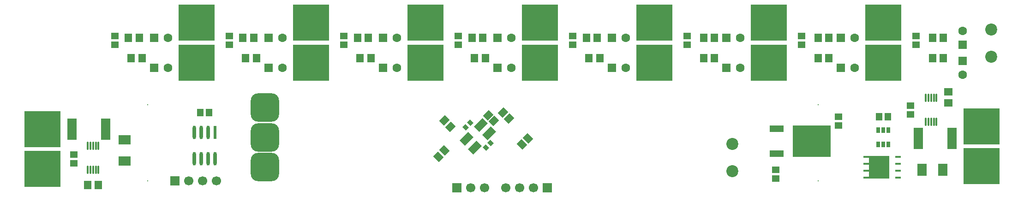
<source format=gbr>
%TF.GenerationSoftware,Altium Limited,Altium Designer,24.0.1 (36)*%
G04 Layer_Color=8388736*
%FSLAX45Y45*%
%MOMM*%
%TF.SameCoordinates,2C358838-E96C-4A59-A5A0-E9FE71613952*%
%TF.FilePolarity,Negative*%
%TF.FileFunction,Soldermask,Top*%
%TF.Part,Single*%
G01*
G75*
%TA.AperFunction,SMDPad,CuDef*%
%ADD10R,0.62213X2.46916*%
G04:AMPARAMS|DCode=11|XSize=2.46916mm|YSize=0.62213mm|CornerRadius=0.31107mm|HoleSize=0mm|Usage=FLASHONLY|Rotation=270.000|XOffset=0mm|YOffset=0mm|HoleType=Round|Shape=RoundedRectangle|*
%AMROUNDEDRECTD11*
21,1,2.46916,0.00000,0,0,270.0*
21,1,1.84702,0.62213,0,0,270.0*
1,1,0.62213,0.00000,-0.92351*
1,1,0.62213,0.00000,0.92351*
1,1,0.62213,0.00000,0.92351*
1,1,0.62213,0.00000,-0.92351*
%
%ADD11ROUNDEDRECTD11*%
%ADD12R,1.71550X2.18000*%
%ADD13R,1.30464X1.45620*%
G04:AMPARAMS|DCode=14|XSize=1.30464mm|YSize=1.4562mm|CornerRadius=0mm|HoleSize=0mm|Usage=FLASHONLY|Rotation=315.000|XOffset=0mm|YOffset=0mm|HoleType=Round|Shape=Rectangle|*
%AMROTATEDRECTD14*
4,1,4,-0.97610,-0.05359,0.05359,0.97610,0.97610,0.05359,-0.05359,-0.97610,-0.97610,-0.05359,0.0*
%
%ADD14ROTATEDRECTD14*%

G04:AMPARAMS|DCode=15|XSize=1.30464mm|YSize=1.4562mm|CornerRadius=0mm|HoleSize=0mm|Usage=FLASHONLY|Rotation=225.000|XOffset=0mm|YOffset=0mm|HoleType=Round|Shape=Rectangle|*
%AMROTATEDRECTD15*
4,1,4,-0.05359,0.97610,0.97610,-0.05359,0.05359,-0.97610,-0.97610,0.05359,-0.05359,0.97610,0.0*
%
%ADD15ROTATEDRECTD15*%

%ADD17R,1.45620X1.30464*%
%ADD18R,2.18000X1.71550*%
%ADD20R,1.11760X0.45720*%
%ADD21R,1.80000X4.00000*%
G04:AMPARAMS|DCode=23|XSize=0.75mm|YSize=0.9mm|CornerRadius=0mm|HoleSize=0mm|Usage=FLASHONLY|Rotation=45.000|XOffset=0mm|YOffset=0mm|HoleType=Round|Shape=Rectangle|*
%AMROTATEDRECTD23*
4,1,4,0.05303,-0.58336,-0.58336,0.05303,-0.05303,0.58336,0.58336,-0.05303,0.05303,-0.58336,0.0*
%
%ADD23ROTATEDRECTD23*%

G04:AMPARAMS|DCode=27|XSize=1.45mm|YSize=0.3mm|CornerRadius=0.0495mm|HoleSize=0mm|Usage=FLASHONLY|Rotation=270.000|XOffset=0mm|YOffset=0mm|HoleType=Round|Shape=RoundedRectangle|*
%AMROUNDEDRECTD27*
21,1,1.45000,0.20100,0,0,270.0*
21,1,1.35100,0.30000,0,0,270.0*
1,1,0.09900,-0.10050,-0.67550*
1,1,0.09900,-0.10050,0.67550*
1,1,0.09900,0.10050,0.67550*
1,1,0.09900,0.10050,-0.67550*
%
%ADD27ROUNDEDRECTD27*%
G04:AMPARAMS|DCode=28|XSize=1.1mm|YSize=0.6mm|CornerRadius=0.051mm|HoleSize=0mm|Usage=FLASHONLY|Rotation=270.000|XOffset=0mm|YOffset=0mm|HoleType=Round|Shape=RoundedRectangle|*
%AMROUNDEDRECTD28*
21,1,1.10000,0.49800,0,0,270.0*
21,1,0.99800,0.60000,0,0,270.0*
1,1,0.10200,-0.24900,-0.49900*
1,1,0.10200,-0.24900,0.49900*
1,1,0.10200,0.24900,0.49900*
1,1,0.10200,0.24900,-0.49900*
%
%ADD28ROUNDEDRECTD28*%
%TA.AperFunction,ComponentPad*%
%ADD37C,1.60000*%
%ADD38R,1.60000X1.60000*%
%ADD40R,1.60000X1.60000*%
%TA.AperFunction,SMDPad,CuDef*%
G04:AMPARAMS|DCode=67|XSize=1.55mm|YSize=1.3mm|CornerRadius=0mm|HoleSize=0mm|Usage=FLASHONLY|Rotation=225.000|XOffset=0mm|YOffset=0mm|HoleType=Round|Shape=Rectangle|*
%AMROTATEDRECTD67*
4,1,4,0.08839,1.00763,1.00763,0.08839,-0.08839,-1.00763,-1.00763,-0.08839,0.08839,1.00763,0.0*
%
%ADD67ROTATEDRECTD67*%

%ADD68R,1.40000X1.65000*%
G04:AMPARAMS|DCode=69|XSize=2.2mm|YSize=1.4mm|CornerRadius=0mm|HoleSize=0mm|Usage=FLASHONLY|Rotation=225.000|XOffset=0mm|YOffset=0mm|HoleType=Round|Shape=Rectangle|*
%AMROTATEDRECTD69*
4,1,4,0.28284,1.27279,1.27279,0.28284,-0.28284,-1.27279,-1.27279,-0.28284,0.28284,1.27279,0.0*
%
%ADD69ROTATEDRECTD69*%

%ADD70R,2.60000X1.20000*%
%ADD71R,7.00000X5.75000*%
%ADD72R,1.65000X1.40000*%
%TA.AperFunction,ComponentPad*%
%ADD73C,2.20000*%
%ADD74R,1.70000X1.70000*%
%ADD75C,1.70000*%
%ADD76R,6.70000X6.70000*%
G04:AMPARAMS|DCode=77|XSize=5.2mm|YSize=5.2mm|CornerRadius=1.35mm|HoleSize=0mm|Usage=FLASHONLY|Rotation=90.000|XOffset=0mm|YOffset=0mm|HoleType=Round|Shape=RoundedRectangle|*
%AMROUNDEDRECTD77*
21,1,5.20000,2.50000,0,0,90.0*
21,1,2.50000,5.20000,0,0,90.0*
1,1,2.70000,1.25000,1.25000*
1,1,2.70000,1.25000,-1.25000*
1,1,2.70000,-1.25000,-1.25000*
1,1,2.70000,-1.25000,1.25000*
%
%ADD77ROUNDEDRECTD77*%
%TA.AperFunction,ViaPad*%
%ADD78C,0.20000*%
G36*
X18338780Y3354470D02*
Y2945530D01*
X18707080D01*
Y3354470D01*
X18338780D01*
D02*
G37*
D10*
X6340500Y3791360D02*
D03*
D11*
X6213500D02*
D03*
X6086500D02*
D03*
X5959500D02*
D03*
Y3308640D02*
D03*
X6086500D02*
D03*
X6213500D02*
D03*
X6340500D02*
D03*
D12*
X19306274Y3100000D02*
D03*
X19693726D02*
D03*
D13*
X6069422Y4150000D02*
D03*
X6230578D02*
D03*
X18686156Y4075000D02*
D03*
X18525000D02*
D03*
D14*
X11618023Y4156977D02*
D03*
X11731977Y4043023D02*
D03*
X10656977Y3893023D02*
D03*
X10543023Y4006977D02*
D03*
D15*
X12081977Y3681977D02*
D03*
X11968023Y3568023D02*
D03*
X10546977Y3456977D02*
D03*
X10433023Y3343023D02*
D03*
D17*
X4500000Y5555578D02*
D03*
Y5394422D02*
D03*
X19200000Y5555578D02*
D03*
Y5394422D02*
D03*
X17100000Y5555578D02*
D03*
Y5394422D02*
D03*
X15000000Y5555578D02*
D03*
Y5394422D02*
D03*
X12900000Y5555578D02*
D03*
Y5394422D02*
D03*
X10800000Y5555578D02*
D03*
Y5394422D02*
D03*
X8700000Y5555578D02*
D03*
Y5394422D02*
D03*
X6600000Y5555578D02*
D03*
Y5394422D02*
D03*
X17775000Y4080078D02*
D03*
Y3919922D02*
D03*
X16625000Y2944422D02*
D03*
Y3105578D02*
D03*
X19100000Y4119422D02*
D03*
Y4280578D02*
D03*
X3750000Y3219422D02*
D03*
Y3380578D02*
D03*
D18*
X4675000Y3650000D02*
D03*
Y3262550D02*
D03*
D20*
X18867101Y2959500D02*
D03*
Y3086500D02*
D03*
Y3213500D02*
D03*
Y3340500D02*
D03*
X18282899D02*
D03*
Y3213500D02*
D03*
Y3086500D02*
D03*
Y2959500D02*
D03*
D21*
X19860001Y3675000D02*
D03*
X19239999D02*
D03*
X4335000Y3850000D02*
D03*
X3715000D02*
D03*
D23*
X11392426Y3592426D02*
D03*
X11307574Y3507574D02*
D03*
X10932574Y3882574D02*
D03*
X11017426Y3967426D02*
D03*
D27*
X19575000Y3980000D02*
D03*
X19525000D02*
D03*
X19475000D02*
D03*
X19425000D02*
D03*
X19375000D02*
D03*
Y4420000D02*
D03*
X19425000D02*
D03*
X19475000D02*
D03*
X19525000D02*
D03*
X19575000D02*
D03*
X4000000Y3545000D02*
D03*
X4050000D02*
D03*
X4100000D02*
D03*
X4150000D02*
D03*
X4200000D02*
D03*
Y3105000D02*
D03*
X4150000D02*
D03*
X4100000D02*
D03*
X4050000D02*
D03*
X4000000D02*
D03*
D28*
X18695000Y3570000D02*
D03*
X18600000D02*
D03*
X18505000D02*
D03*
Y3830000D02*
D03*
X18600000D02*
D03*
X18695000D02*
D03*
D37*
X15977000Y4975000D02*
D03*
Y5525000D02*
D03*
X13877000Y4975000D02*
D03*
Y5525000D02*
D03*
X11777000Y4975000D02*
D03*
Y5525000D02*
D03*
X9677000Y4975000D02*
D03*
Y5525000D02*
D03*
X7577000Y4975000D02*
D03*
Y5525000D02*
D03*
X5477000Y4975000D02*
D03*
Y5525000D02*
D03*
X18077000Y4975000D02*
D03*
Y5525000D02*
D03*
X20050000Y4848000D02*
D03*
Y5652000D02*
D03*
D38*
X15723000Y4975000D02*
D03*
Y5525000D02*
D03*
X13623000Y4975000D02*
D03*
Y5525000D02*
D03*
X11523000Y4975000D02*
D03*
Y5525000D02*
D03*
X9423000Y4975000D02*
D03*
Y5525000D02*
D03*
X7323000Y4975000D02*
D03*
Y5525000D02*
D03*
X5223000Y4975000D02*
D03*
Y5525000D02*
D03*
X17823000Y4975000D02*
D03*
Y5525000D02*
D03*
D40*
X20050000Y5102000D02*
D03*
Y5398000D02*
D03*
D67*
X11449498Y4000503D02*
D03*
X11350503Y4099498D02*
D03*
D68*
X4800000Y5150000D02*
D03*
X5000000D02*
D03*
X11100000D02*
D03*
X11300000D02*
D03*
X15500000D02*
D03*
X15300000D02*
D03*
X15500000Y5525000D02*
D03*
X15300000D02*
D03*
X13400000Y5150000D02*
D03*
X13200000D02*
D03*
X13350000Y5525000D02*
D03*
X13150000D02*
D03*
X11250000D02*
D03*
X11050000D02*
D03*
X9200000Y5150000D02*
D03*
X9000000D02*
D03*
X9150000Y5525000D02*
D03*
X8950000D02*
D03*
X7100000Y5150000D02*
D03*
X6900000D02*
D03*
X7050000Y5525000D02*
D03*
X6850000D02*
D03*
X4950000D02*
D03*
X4750000D02*
D03*
X19700000Y5150000D02*
D03*
X19500000D02*
D03*
X19700000Y5525000D02*
D03*
X19500000D02*
D03*
X17600000Y5150000D02*
D03*
X17400000D02*
D03*
X17600000Y5525000D02*
D03*
X17400000D02*
D03*
X4000000Y2825000D02*
D03*
X4200000D02*
D03*
D69*
X11213033Y3928596D02*
D03*
X10951404Y3666967D02*
D03*
X11106967Y3511403D02*
D03*
X11368597Y3773033D02*
D03*
D70*
X16645000Y3853000D02*
D03*
Y3397000D02*
D03*
D71*
X17285001Y3625000D02*
D03*
D72*
X19789999Y4330000D02*
D03*
Y4530000D02*
D03*
D73*
X20575000Y5175000D02*
D03*
Y5675000D02*
D03*
X15825000Y3575000D02*
D03*
Y3075000D02*
D03*
D74*
X10775000Y2775000D02*
D03*
X12437000D02*
D03*
X5600000Y2900000D02*
D03*
D75*
X11029000Y2775000D02*
D03*
X11283000D02*
D03*
X11675000D02*
D03*
X11929000D02*
D03*
X12183000D02*
D03*
X6362000Y2900000D02*
D03*
X6108000D02*
D03*
X5854000D02*
D03*
D76*
X20400000Y3168480D02*
D03*
Y3900000D02*
D03*
X6000000Y5068480D02*
D03*
Y5800000D02*
D03*
X16500000D02*
D03*
Y5068480D02*
D03*
X18600000Y5800000D02*
D03*
Y5068480D02*
D03*
X14400000Y5800000D02*
D03*
Y5068480D02*
D03*
X10200000Y5800000D02*
D03*
Y5068480D02*
D03*
X12300000Y5800000D02*
D03*
Y5068480D02*
D03*
X8100000Y5800000D02*
D03*
Y5068480D02*
D03*
X3175000Y3850000D02*
D03*
Y3118480D02*
D03*
D77*
X7250000Y3700000D02*
D03*
Y4250000D02*
D03*
Y3150000D02*
D03*
D78*
X5100000Y4300000D02*
D03*
Y2900000D02*
D03*
X17400000D02*
D03*
Y4300000D02*
D03*
%TF.MD5,9e4e6652167a1b82a9196442d40ca3fa*%
M02*

</source>
